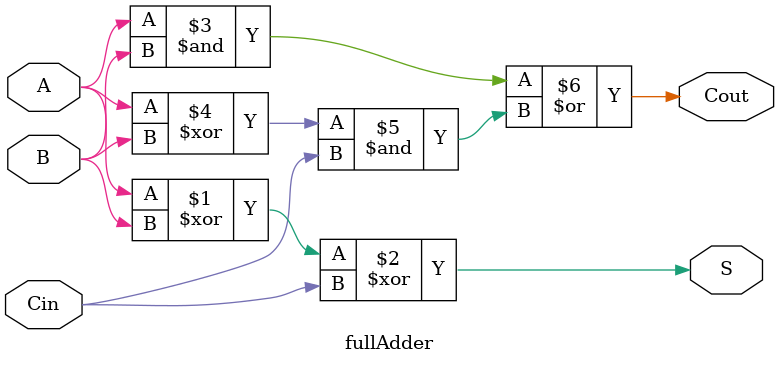
<source format=v>
module fullAdder(A,B,Cin,S,Cout);
	input A,B,Cin;
	output S,Cout;
	assign S = A^B^Cin;
	assign Cout = A&B | (A^B)&Cin;
endmodule


</source>
